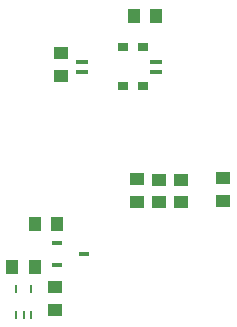
<source format=gbr>
%TF.GenerationSoftware,Novarm,DipTrace Beta,2.9.0.1*%
%TF.CreationDate,2015-11-14T18:18:56-04:00*%
%FSLAX35Y35*%
%MOMM*%
%TF.FileFunction,Paste,Bot*%
%TF.Part,Single*%
%ADD52R,1.0X0.4*%
%ADD54R,0.2X0.7*%
%ADD66R,0.85X0.45*%
%ADD84R,0.9X0.8*%
%ADD86R,1.1X1.3*%
%ADD90R,1.3X1.1*%
G75*
G01*
%LPD*%
D90*
X2711371Y2692217D3*
Y2502217D3*
X2526374Y2695201D3*
Y2505201D3*
X2902074Y2692217D3*
Y2502217D3*
X1882034Y3571991D3*
Y3761991D3*
D86*
X2691424Y4081567D3*
X2501424D3*
D84*
X2579851Y3485037D3*
X2409851D3*
X2579851Y3812697D3*
X2409851D3*
D66*
X1849561Y1965947D3*
Y2155947D3*
X2079561Y2060947D3*
D90*
X3259654Y2513777D3*
Y2703777D3*
X1838191Y1782687D3*
Y1592687D3*
D86*
X1851321Y2320854D3*
X1661321D3*
X1471087Y1955651D3*
X1661087D3*
D54*
X1634411Y1546021D3*
X1569411D3*
X1504411D3*
Y1766021D3*
X1634411D3*
D52*
X2691611Y3690777D3*
X2061611D3*
X2691611Y3600777D3*
X2061611D3*
M02*

</source>
